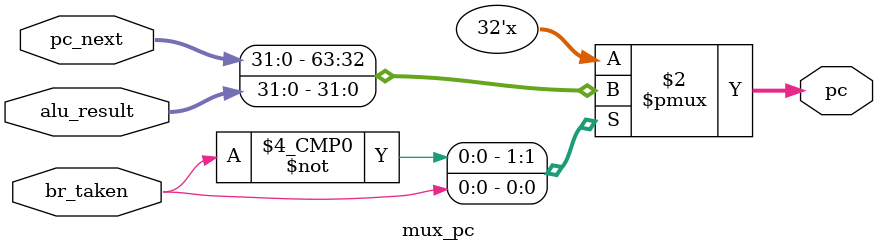
<source format=sv>
module mux_pc (
    input logic  br_taken,              //signal from controller
    input logic  [31:0] pc_next,alu_result,
    output logic [31:0] pc
);
 always_comb 
 begin 
    case (br_taken)
        1'b0 :   pc = pc_next;
        1'b1 :   pc = alu_result; 
        default: pc = pc_next;
    endcase
 end 
endmodule
</source>
